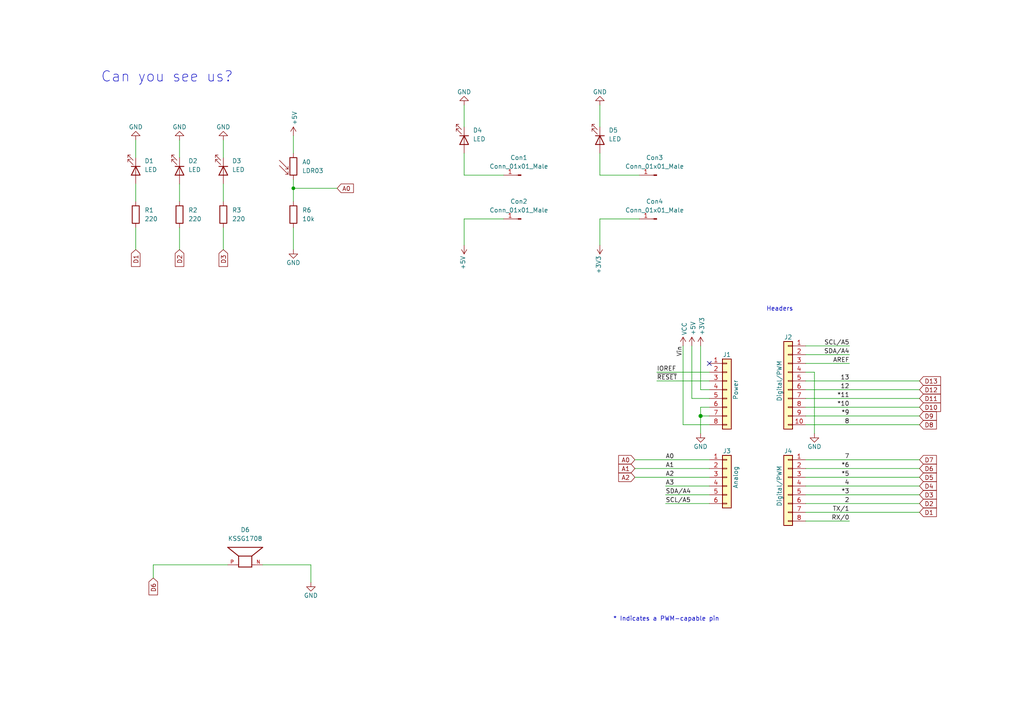
<source format=kicad_sch>
(kicad_sch (version 20230121) (generator eeschema)
  (paper "A4")
  (title_block (date "mar. 31 mars 2015"))
  (lib_symbols
    (symbol "Connector:Conn_01x01_Male" (pin_names (offset 1.016) hide)
      (property "Reference" "J" (at 0 2.54 0))
      (property "Value" "Conn_01x01_Male" (at 0 -2.54 0))
      (symbol "Conn_01x01_Male_1_1"
        (polyline (pts (xy 1.27 0) (xy 0.8636 0)) (stroke (width 0.1524)))
        (rectangle (start 0.8636 0.127) (end 0 -0.127) (stroke (width 0.1524)) (fill (type outline)))
        (pin passive line (at 5.08 0 180) (length 3.81) (name "Pin_1") (number "1"))
      )
    )
    (symbol "Connector_Generic:Conn_01x06" (pin_names (offset 1.016) hide)
      (property "Reference" "J" (at 0 7.62 0))
      (property "Value" "Conn_01x06" (at 0 -10.16 0))
      (symbol "Conn_01x06_1_1"
        (rectangle (start -1.27 -7.493) (end 0 -7.747) (stroke (width 0.1524)))
        (rectangle (start -1.27 -4.953) (end 0 -5.207) (stroke (width 0.1524)))
        (rectangle (start -1.27 -2.413) (end 0 -2.667) (stroke (width 0.1524)))
        (rectangle (start -1.27 0.127) (end 0 -0.127) (stroke (width 0.1524)))
        (rectangle (start -1.27 2.667) (end 0 2.413) (stroke (width 0.1524)))
        (rectangle (start -1.27 5.207) (end 0 4.953) (stroke (width 0.1524)))
        (rectangle (start -1.27 6.35) (end 1.27 -8.89) (stroke (width 0.254)) (fill (type background)))
        (pin passive line (at -5.08 5.08 0) (length 3.81) (name "Pin_1") (number "1"))
        (pin passive line (at -5.08 2.54 0) (length 3.81) (name "Pin_2") (number "2"))
        (pin passive line (at -5.08 0 0) (length 3.81) (name "Pin_3") (number "3"))
        (pin passive line (at -5.08 -2.54 0) (length 3.81) (name "Pin_4") (number "4"))
        (pin passive line (at -5.08 -5.08 0) (length 3.81) (name "Pin_5") (number "5"))
        (pin passive line (at -5.08 -7.62 0) (length 3.81) (name "Pin_6") (number "6"))
      )
    )
    (symbol "Connector_Generic:Conn_01x08" (pin_names (offset 1.016) hide)
      (property "Reference" "J" (at 0 10.16 0))
      (property "Value" "Conn_01x08" (at 0 -12.7 0))
      (symbol "Conn_01x08_1_1"
        (rectangle (start -1.27 -10.033) (end 0 -10.287) (stroke (width 0.1524)))
        (rectangle (start -1.27 -7.493) (end 0 -7.747) (stroke (width 0.1524)))
        (rectangle (start -1.27 -4.953) (end 0 -5.207) (stroke (width 0.1524)))
        (rectangle (start -1.27 -2.413) (end 0 -2.667) (stroke (width 0.1524)))
        (rectangle (start -1.27 0.127) (end 0 -0.127) (stroke (width 0.1524)))
        (rectangle (start -1.27 2.667) (end 0 2.413) (stroke (width 0.1524)))
        (rectangle (start -1.27 5.207) (end 0 4.953) (stroke (width 0.1524)))
        (rectangle (start -1.27 7.747) (end 0 7.493) (stroke (width 0.1524)))
        (rectangle (start -1.27 8.89) (end 1.27 -11.43) (stroke (width 0.254)) (fill (type background)))
        (pin passive line (at -5.08 7.62 0) (length 3.81) (name "Pin_1") (number "1"))
        (pin passive line (at -5.08 5.08 0) (length 3.81) (name "Pin_2") (number "2"))
        (pin passive line (at -5.08 2.54 0) (length 3.81) (name "Pin_3") (number "3"))
        (pin passive line (at -5.08 0 0) (length 3.81) (name "Pin_4") (number "4"))
        (pin passive line (at -5.08 -2.54 0) (length 3.81) (name "Pin_5") (number "5"))
        (pin passive line (at -5.08 -5.08 0) (length 3.81) (name "Pin_6") (number "6"))
        (pin passive line (at -5.08 -7.62 0) (length 3.81) (name "Pin_7") (number "7"))
        (pin passive line (at -5.08 -10.16 0) (length 3.81) (name "Pin_8") (number "8"))
      )
    )
    (symbol "Connector_Generic:Conn_01x10" (pin_names (offset 1.016) hide)
      (property "Reference" "J" (at 0 12.7 0))
      (property "Value" "Conn_01x10" (at 0 -15.24 0))
      (symbol "Conn_01x10_1_1"
        (rectangle (start -1.27 -12.573) (end 0 -12.827) (stroke (width 0.1524)))
        (rectangle (start -1.27 -10.033) (end 0 -10.287) (stroke (width 0.1524)))
        (rectangle (start -1.27 -7.493) (end 0 -7.747) (stroke (width 0.1524)))
        (rectangle (start -1.27 -4.953) (end 0 -5.207) (stroke (width 0.1524)))
        (rectangle (start -1.27 -2.413) (end 0 -2.667) (stroke (width 0.1524)))
        (rectangle (start -1.27 0.127) (end 0 -0.127) (stroke (width 0.1524)))
        (rectangle (start -1.27 2.667) (end 0 2.413) (stroke (width 0.1524)))
        (rectangle (start -1.27 5.207) (end 0 4.953) (stroke (width 0.1524)))
        (rectangle (start -1.27 7.747) (end 0 7.493) (stroke (width 0.1524)))
        (rectangle (start -1.27 10.287) (end 0 10.033) (stroke (width 0.1524)))
        (rectangle (start -1.27 11.43) (end 1.27 -13.97) (stroke (width 0.254)) (fill (type background)))
        (pin passive line (at -5.08 10.16 0) (length 3.81) (name "Pin_1") (number "1"))
        (pin passive line (at -5.08 -12.7 0) (length 3.81) (name "Pin_10") (number "10"))
        (pin passive line (at -5.08 7.62 0) (length 3.81) (name "Pin_2") (number "2"))
        (pin passive line (at -5.08 5.08 0) (length 3.81) (name "Pin_3") (number "3"))
        (pin passive line (at -5.08 2.54 0) (length 3.81) (name "Pin_4") (number "4"))
        (pin passive line (at -5.08 0 0) (length 3.81) (name "Pin_5") (number "5"))
        (pin passive line (at -5.08 -2.54 0) (length 3.81) (name "Pin_6") (number "6"))
        (pin passive line (at -5.08 -5.08 0) (length 3.81) (name "Pin_7") (number "7"))
        (pin passive line (at -5.08 -7.62 0) (length 3.81) (name "Pin_8") (number "8"))
        (pin passive line (at -5.08 -10.16 0) (length 3.81) (name "Pin_9") (number "9"))
      )
    )
    (symbol "Device:LED" (pin_numbers hide) (pin_names (offset 1.016) hide)
      (property "Reference" "D" (at 0 2.54 0))
      (property "Value" "LED" (at 0 -2.54 0))
      (symbol "LED_0_1"
        (polyline (pts (xy -1.27 -1.27) (xy -1.27 1.27)) (stroke (width 0.254)))
        (polyline (pts (xy -1.27 0) (xy 1.27 0)))
        (polyline (pts (xy 1.27 -1.27) (xy 1.27 1.27) (xy -1.27 0) (xy 1.27 -1.27)) (stroke (width 0.254)))
        (polyline (pts (xy -3.048 -0.762) (xy -4.572 -2.286) (xy -3.81 -2.286) (xy -4.572 -2.286) (xy -4.572 -1.524)))
        (polyline (pts (xy -1.778 -0.762) (xy -3.302 -2.286) (xy -2.54 -2.286) (xy -3.302 -2.286) (xy -3.302 -1.524)))
      )
      (symbol "LED_1_1"
        (pin passive line (at -3.81 0 0) (length 2.54) (name "K") (number "1"))
        (pin passive line (at 3.81 0 180) (length 2.54) (name "A") (number "2"))
      )
    )
    (symbol "Device:R" (pin_numbers hide) (pin_names (offset 0))
      (property "Reference" "R" (at 2.032 0 90))
      (property "Value" "R" (at 0 0 90))
      (symbol "R_0_1"
        (rectangle (start -1.016 -2.54) (end 1.016 2.54) (stroke (width 0.254)))
      )
      (symbol "R_1_1"
        (pin passive line (at 0 3.81 270) (length 1.27) (name "~") (number "1"))
        (pin passive line (at 0 -3.81 90) (length 1.27) (name "~") (number "2"))
      )
    )
    (symbol "KSSG1708:KSSG1708" (pin_names (offset 1.016))
      (property "Reference" "LS" (at -1.27 6.35 0))
      (property "Value" "KSSG1708" (at -1.27 -8.255 0))
      (symbol "KSSG1708_0_0"
        (polyline (pts (xy -3.175 -1.905) (xy -2.54 -1.905)) (stroke (width 0.254)))
        (polyline (pts (xy -3.175 1.905) (xy -3.175 -1.905)) (stroke (width 0.254)))
        (polyline (pts (xy -3.175 1.905) (xy -2.54 1.905)) (stroke (width 0.254)))
        (polyline (pts (xy -2.54 -2.54) (xy -2.54 -1.905)) (stroke (width 0.1524)))
        (polyline (pts (xy -2.54 -1.905) (xy 0 -1.905)) (stroke (width 0.254)))
        (polyline (pts (xy -2.54 1.905) (xy 0 1.905)) (stroke (width 0.254)))
        (polyline (pts (xy -2.54 2.54) (xy -2.54 1.905)) (stroke (width 0.1524)))
        (polyline (pts (xy 0 -1.905) (xy 0 1.905)) (stroke (width 0.254)))
        (polyline (pts (xy 0 -1.905) (xy 2.54 -5.08)) (stroke (width 0.254)))
        (polyline (pts (xy 0 1.905) (xy 2.54 5.08)) (stroke (width 0.254)))
        (polyline (pts (xy 2.54 -5.08) (xy 2.54 5.08)) (stroke (width 0.254)))
        (pin passive line (at -2.54 -5.08 90) (length 2.54) (name "~") (number "N"))
        (pin passive line (at -2.54 5.08 270) (length 2.54) (name "~") (number "P"))
      )
    )
    (symbol "Sensor_Optical:LDR03" (pin_numbers hide) (pin_names (offset 0))
      (property "Reference" "R" (at -5.08 0 90))
      (property "Value" "LDR03" (at 1.905 0 90))
      (symbol "LDR03_0_1"
        (rectangle (start -1.016 2.54) (end 1.016 -2.54) (stroke (width 0.254)))
        (polyline (pts (xy -1.524 -2.286) (xy -4.064 0.254)))
        (polyline (pts (xy -1.524 -2.286) (xy -2.286 -2.286)))
        (polyline (pts (xy -1.524 -2.286) (xy -1.524 -1.524)))
        (polyline (pts (xy -1.524 -0.762) (xy -4.064 1.778)))
        (polyline (pts (xy -1.524 -0.762) (xy -2.286 -0.762)))
        (polyline (pts (xy -1.524 -0.762) (xy -1.524 0)))
      )
      (symbol "LDR03_1_1"
        (pin passive line (at 0 3.81 270) (length 1.27) (name "~") (number "1"))
        (pin passive line (at 0 -3.81 90) (length 1.27) (name "~") (number "2"))
      )
    )
    (symbol "power:+3V3" (power) (pin_names (offset 0))
      (property "Value" "+3V3" (at 0 3.556 0))
      (symbol "+3V3_0_1"
        (polyline (pts (xy -0.762 1.27) (xy 0 2.54)))
        (polyline (pts (xy 0 0) (xy 0 2.54)))
        (polyline (pts (xy 0 2.54) (xy 0.762 1.27)))
      )
      (symbol "+3V3_1_1"
        (pin power_in line (at 0 0 90) (length 0) hide (name "+3V3") (number "1"))
      )
    )
    (symbol "power:+5V" (power) (pin_names (offset 0))
      (property "Value" "+5V" (at 0 3.556 0))
      (symbol "+5V_0_1"
        (polyline (pts (xy -0.762 1.27) (xy 0 2.54)))
        (polyline (pts (xy 0 0) (xy 0 2.54)))
        (polyline (pts (xy 0 2.54) (xy 0.762 1.27)))
      )
      (symbol "+5V_1_1"
        (pin power_in line (at 0 0 90) (length 0) hide (name "+5V") (number "1"))
      )
    )
    (symbol "power:GND" (power) (pin_names (offset 0))
      (property "Value" "GND" (at 0 -3.81 0))
      (symbol "GND_0_1"
        (polyline (pts (xy 0 0) (xy 0 -1.27) (xy 1.27 -1.27) (xy 0 -2.54) (xy -1.27 -1.27) (xy 0 -1.27)))
      )
      (symbol "GND_1_1"
        (pin power_in line (at 0 0 270) (length 0) hide (name "GND") (number "1"))
      )
    )
    (symbol "power:VCC" (power) (pin_names (offset 0))
      (property "Value" "VCC" (at 0 3.81 0))
      (symbol "VCC_0_1"
        (polyline (pts (xy -0.762 1.27) (xy 0 2.54)))
        (polyline (pts (xy 0 0) (xy 0 2.54)))
        (polyline (pts (xy 0 2.54) (xy 0.762 1.27)))
      )
      (symbol "VCC_1_1"
        (pin power_in line (at 0 0 90) (length 0) hide (name "VCC") (number "1"))
      )
    )
  )
  (junction (at 203.2 120.65) (diameter 1.016))
  (junction (at 85.09 54.61))
  (no_connect (at 205.74 105.41))
  (wire (pts (xy 233.68 151.13) (xy 246.38 151.13)))
  (wire (pts (xy 76.2 163.83) (xy 90.17 163.83)))
  (wire (pts (xy 185.42 63.5) (xy 173.99 63.5)))
  (wire (pts (xy 233.68 118.11) (xy 266.7 118.11)))
  (wire (pts (xy 233.68 100.33) (xy 246.38 100.33)))
  (wire (pts (xy 185.42 50.8) (xy 173.99 50.8)))
  (wire (pts (xy 146.05 50.8) (xy 134.62 50.8)))
  (wire (pts (xy 64.77 53.34) (xy 64.77 58.42)))
  (wire (pts (xy 52.07 40.64) (xy 52.07 45.72)))
  (wire (pts (xy 203.2 118.11) (xy 203.2 120.65)))
  (wire (pts (xy 193.04 146.05) (xy 205.74 146.05)))
  (wire (pts (xy 173.99 50.8) (xy 173.99 44.45)))
  (wire (pts (xy 203.2 120.65) (xy 203.2 125.73)))
  (wire (pts (xy 134.62 50.8) (xy 134.62 44.45)))
  (wire (pts (xy 203.2 113.03) (xy 205.74 113.03)))
  (wire (pts (xy 200.66 115.57) (xy 205.74 115.57)))
  (wire (pts (xy 52.07 66.04) (xy 52.07 72.39)))
  (wire (pts (xy 200.66 100.33) (xy 200.66 115.57)))
  (wire (pts (xy 52.07 53.34) (xy 52.07 58.42)))
  (wire (pts (xy 203.2 100.33) (xy 203.2 113.03)))
  (wire (pts (xy 233.68 133.35) (xy 266.7 133.35)))
  (wire (pts (xy 184.15 133.35) (xy 205.74 133.35)))
  (wire (pts (xy 44.45 163.83) (xy 66.04 163.83)))
  (wire (pts (xy 233.68 113.03) (xy 266.7 113.03)))
  (wire (pts (xy 233.68 135.89) (xy 266.7 135.89)))
  (wire (pts (xy 85.09 54.61) (xy 97.79 54.61)))
  (wire (pts (xy 85.09 54.61) (xy 85.09 58.42)))
  (wire (pts (xy 134.62 30.48) (xy 134.62 36.83)))
  (wire (pts (xy 233.68 120.65) (xy 266.7 120.65)))
  (wire (pts (xy 90.17 163.83) (xy 90.17 168.91)))
  (wire (pts (xy 233.68 140.97) (xy 266.7 140.97)))
  (wire (pts (xy 39.37 53.34) (xy 39.37 58.42)))
  (wire (pts (xy 190.5 107.95) (xy 205.74 107.95)))
  (wire (pts (xy 85.09 66.04) (xy 85.09 72.39)))
  (wire (pts (xy 146.05 63.5) (xy 134.62 63.5)))
  (wire (pts (xy 85.09 39.37) (xy 85.09 44.45)))
  (wire (pts (xy 236.22 107.95) (xy 236.22 125.73)))
  (wire (pts (xy 173.99 30.48) (xy 173.99 36.83)))
  (wire (pts (xy 233.68 105.41) (xy 246.38 105.41)))
  (wire (pts (xy 173.99 63.5) (xy 173.99 71.12)))
  (wire (pts (xy 64.77 40.64) (xy 64.77 45.72)))
  (wire (pts (xy 233.68 110.49) (xy 266.7 110.49)))
  (wire (pts (xy 184.15 138.43) (xy 205.74 138.43)))
  (wire (pts (xy 190.5 110.49) (xy 205.74 110.49)))
  (wire (pts (xy 134.62 63.5) (xy 134.62 71.12)))
  (wire (pts (xy 205.74 120.65) (xy 203.2 120.65)))
  (wire (pts (xy 205.74 123.19) (xy 198.12 123.19)))
  (wire (pts (xy 39.37 66.04) (xy 39.37 72.39)))
  (wire (pts (xy 184.15 135.89) (xy 205.74 135.89)))
  (wire (pts (xy 39.37 40.64) (xy 39.37 45.72)))
  (wire (pts (xy 44.45 167.64) (xy 44.45 163.83)))
  (wire (pts (xy 233.68 107.95) (xy 236.22 107.95)))
  (wire (pts (xy 205.74 118.11) (xy 203.2 118.11)))
  (wire (pts (xy 233.68 115.57) (xy 266.7 115.57)))
  (wire (pts (xy 233.68 138.43) (xy 266.7 138.43)))
  (wire (pts (xy 193.04 140.97) (xy 205.74 140.97)))
  (wire (pts (xy 64.77 66.04) (xy 64.77 72.39)))
  (wire (pts (xy 85.09 52.07) (xy 85.09 54.61)))
  (wire (pts (xy 233.68 102.87) (xy 246.38 102.87)))
  (wire (pts (xy 233.68 146.05) (xy 266.7 146.05)))
  (wire (pts (xy 233.68 143.51) (xy 266.7 143.51)))
  (wire (pts (xy 233.68 148.59) (xy 266.7 148.59)))
  (wire (pts (xy 198.12 123.19) (xy 198.12 100.33)))
  (wire (pts (xy 205.74 143.51) (xy 193.04 143.51)))
  (wire (pts (xy 233.68 123.19) (xy 266.7 123.19)))
  (text "Headers\n" (at 222.25 90.424 0) (effects (font (size 1.27 1.27)) (justify left bottom)))
  (text "Can you see us?" (at 29.21 24.13 0) (effects (font (size 3 3)) (justify left bottom)))
  (text "* Indicates a PWM-capable pin" (at 177.8 180.34 0) (effects (font (size 1.27 1.27)) (justify left bottom)))
  (label "RX{slash}0" (at 246.38 151.13 180))
  (label "A2" (at 193.04 138.43 0))
  (label "4" (at 246.38 140.97 180))
  (label "2" (at 246.38 146.05 180))
  (label "A3" (at 193.04 140.97 0))
  (label "13" (at 246.38 110.49 180))
  (label "12" (at 246.38 113.03 180))
  (label "~{RESET}" (at 190.5 110.49 0))
  (label "*10" (at 246.38 118.11 180))
  (label "7" (at 246.38 133.35 180))
  (label "SDA{slash}A4" (at 246.38 102.87 180))
  (label "8" (at 246.38 123.19 180))
  (label "*11" (at 246.38 115.57 180))
  (label "*3" (at 246.38 143.51 180))
  (label "A1" (at 193.04 135.89 0))
  (label "TX{slash}1" (at 246.38 148.59 180))
  (label "A0" (at 193.04 133.35 0))
  (label "AREF" (at 246.38 105.41 180))
  (label "Vin" (at 198.12 100.33 270))
  (label "*6" (at 246.38 135.89 180))
  (label "SCL{slash}A5" (at 246.38 100.33 180))
  (label "*9" (at 246.38 120.65 180))
  (label "*5" (at 246.38 138.43 180))
  (label "IOREF" (at 190.5 107.95 0))
  (label "SDA{slash}A4" (at 193.04 143.51 0))
  (label "SCL{slash}A5" (at 193.04 146.05 0))
  (global_label "D6" (shape input) (at 44.45 167.64 270) (property "Intersheetrefs" "${INTERSHEET_REFS}" (effects hide)))
  (global_label "D1" (shape input) (at 39.37 72.39 270) (property "Intersheetrefs" "${INTERSHEET_REFS}" (effects hide)))
  (global_label "A0" (shape input) (at 184.15 133.35 180) (property "Intersheetrefs" "${INTERSHEET_REFS}" (effects hide)))
  (global_label "D8" (shape input) (at 266.7 123.19 0) (property "Intersheetrefs" "${INTERSHEET_REFS}" (effects hide)))
  (global_label "D3" (shape input) (at 266.7 143.51 0) (property "Intersheetrefs" "${INTERSHEET_REFS}" (effects hide)))
  (global_label "D5" (shape input) (at 266.7 138.43 0) (property "Intersheetrefs" "${INTERSHEET_REFS}" (effects hide)))
  (global_label "D2" (shape input) (at 52.07 72.39 270) (property "Intersheetrefs" "${INTERSHEET_REFS}" (effects hide)))
  (global_label "D2" (shape input) (at 266.7 146.05 0) (property "Intersheetrefs" "${INTERSHEET_REFS}" (effects hide)))
  (global_label "D6" (shape input) (at 266.7 135.89 0) (property "Intersheetrefs" "${INTERSHEET_REFS}" (effects hide)))
  (global_label "D1" (shape input) (at 266.7 148.59 0) (property "Intersheetrefs" "${INTERSHEET_REFS}" (effects hide)))
  (global_label "A0" (shape input) (at 97.79 54.61 0) (property "Intersheetrefs" "${INTERSHEET_REFS}" (effects hide)))
  (global_label "D10" (shape input) (at 266.7 118.11 0) (property "Intersheetrefs" "${INTERSHEET_REFS}" (effects hide)))
  (global_label "D13" (shape input) (at 266.7 110.49 0) (property "Intersheetrefs" "${INTERSHEET_REFS}" (effects hide)))
  (global_label "A2" (shape input) (at 184.15 138.43 180) (property "Intersheetrefs" "${INTERSHEET_REFS}" (effects hide)))
  (global_label "D11" (shape input) (at 266.7 115.57 0) (property "Intersheetrefs" "${INTERSHEET_REFS}" (effects hide)))
  (global_label "A1" (shape input) (at 184.15 135.89 180) (property "Intersheetrefs" "${INTERSHEET_REFS}" (effects hide)))
  (global_label "D3" (shape input) (at 64.77 72.39 270) (property "Intersheetrefs" "${INTERSHEET_REFS}" (effects hide)))
  (global_label "D9" (shape input) (at 266.7 120.65 0) (property "Intersheetrefs" "${INTERSHEET_REFS}" (effects hide)))
  (global_label "D7" (shape input) (at 266.7 133.35 0) (property "Intersheetrefs" "${INTERSHEET_REFS}" (effects hide)))
  (global_label "D12" (shape input) (at 266.7 113.03 0) (property "Intersheetrefs" "${INTERSHEET_REFS}" (effects hide)))
  (global_label "D4" (shape input) (at 266.7 140.97 0) (property "Intersheetrefs" "${INTERSHEET_REFS}" (effects hide)))
  (symbol (lib_id "Connector_Generic:Conn_01x08") (at 210.82 113.03 0) (unit 1)
    (property "Reference" "J1" (at 210.82 102.87 0))
    (property "Value" "Power" (at 213.36 113.03 90))
    (property "Footprint" "Connector_PinSocket_2.54mm:PinSocket_1x08_P2.54mm_Vertical" (effects hide))
  )
  (symbol (lib_id "power:+3V3") (at 203.2 100.33 0) (unit 1)
    (property "Reference" "#PWR03" (effects hide))
    (property "Value" "+3.3V" (at 203.581 97.282 90) (effects (justify left)))
  )
  (symbol (lib_id "power:+5V") (at 200.66 100.33 0) (unit 1)
    (property "Reference" "#PWR02" (effects hide))
    (property "Value" "+5V" (at 201.0156 97.282 90) (effects (justify left)))
  )
  (symbol (lib_id "power:GND") (at 203.2 125.73 0) (unit 1)
    (property "Reference" "#PWR04" (effects hide))
    (property "Value" "GND" (at 203.2 129.54 0))
  )
  (symbol (lib_id "Connector_Generic:Conn_01x10") (at 228.6 110.49 0) (mirror y) (unit 1)
    (property "Reference" "J2" (at 228.6 97.79 0))
    (property "Value" "Digital/PWM" (at 226.06 110.49 90))
    (property "Footprint" "Connector_PinSocket_2.54mm:PinSocket_1x10_P2.54mm_Vertical" (effects hide))
  )
  (symbol (lib_id "power:GND") (at 236.22 125.73 0) (unit 1)
    (property "Reference" "#PWR05" (effects hide))
    (property "Value" "GND" (at 236.22 129.54 0))
  )
  (symbol (lib_id "Connector_Generic:Conn_01x06") (at 210.82 138.43 0) (unit 1)
    (property "Reference" "J3" (at 210.82 130.81 0))
    (property "Value" "Analog" (at 213.36 138.43 90))
    (property "Footprint" "Connector_PinSocket_2.54mm:PinSocket_1x06_P2.54mm_Vertical" (effects hide))
  )
  (symbol (lib_id "Connector_Generic:Conn_01x08") (at 228.6 140.97 0) (mirror y) (unit 1)
    (property "Reference" "J4" (at 228.6 130.81 0))
    (property "Value" "Digital/PWM" (at 226.06 140.97 90))
    (property "Footprint" "Connector_PinSocket_2.54mm:PinSocket_1x08_P2.54mm_Vertical" (effects hide))
  )
  (symbol (lib_id "Connector:Conn_01x01_Male") (at 190.5 63.5 0) (mirror y) (unit 1)
    (property "Reference" "Con4" (at 189.865 58.42 0))
    (property "Value" "Conn_01x01_Male" (at 189.865 60.96 0))
    (property "Footprint" "Connector_PinHeader_2.54mm:PinHeader_1x01_P2.54mm_Vertical" (effects hide))
  )
  (symbol (lib_id "power:GND") (at 64.77 40.64 180) (unit 1)
    (property "Reference" "#PWR09" (effects hide))
    (property "Value" "GND" (at 64.77 36.83 0))
  )
  (symbol (lib_id "Connector:Conn_01x01_Male") (at 190.5 50.8 0) (mirror y) (unit 1)
    (property "Reference" "Con3" (at 189.865 45.72 0))
    (property "Value" "Conn_01x01_Male" (at 189.865 48.26 0))
    (property "Footprint" "Connector_PinHeader_2.54mm:PinHeader_1x01_P2.54mm_Vertical" (effects hide))
  )
  (symbol (lib_id "Connector:Conn_01x01_Male") (at 151.13 50.8 0) (mirror y) (unit 1)
    (property "Reference" "Con1" (at 150.495 45.72 0))
    (property "Value" "Conn_01x01_Male" (at 150.495 48.26 0))
    (property "Footprint" "Connector_PinHeader_2.54mm:PinHeader_1x01_P2.54mm_Vertical" (effects hide))
  )
  (symbol (lib_id "Device:LED") (at 64.77 49.53 270) (unit 1)
    (property "Reference" "D3" (at 67.31 46.6724 90) (effects (justify left)))
    (property "Value" "LED" (at 67.31 49.2124 90) (effects (justify left)))
    (property "Footprint" "LED_THT:LED_D5.0mm_IRGrey" (effects hide))
  )
  (symbol (lib_id "KSSG1708:KSSG1708") (at 71.12 161.29 90) (unit 1)
    (property "Reference" "D6" (at 71.12 153.67 90))
    (property "Value" "KSSG1708" (at 71.12 156.21 90))
    (property "Footprint" "KSSG1708 (1):SPKR_KSSG1708" (effects hide))
    (property "STANDARD" "IPC 7351B" (effects hide))
    (property "PARTREV" "1.1" (effects hide))
    (property "MANUFACTURER" "Kingstate" (effects hide))
    (property "MAXIMUM_PACKAGE_HEIGHT" "8 mm" (effects hide))
  )
  (symbol (lib_id "Device:R") (at 64.77 62.23 0) (unit 1)
    (property "Reference" "R3" (at 67.31 60.9599 0) (effects (justify left)))
    (property "Value" "220" (at 67.31 63.4999 0) (effects (justify left)))
    (property "Footprint" "Resistor_THT:R_Axial_DIN0207_L6.3mm_D2.5mm_P10.16mm_Horizontal" (effects hide))
  )
  (symbol (lib_id "power:GND") (at 90.17 168.91 0) (unit 1)
    (property "Reference" "#PWR012" (effects hide))
    (property "Value" "GND" (at 90.17 172.72 0))
  )
  (symbol (lib_id "power:GND") (at 173.99 30.48 180) (unit 1)
    (property "Reference" "#PWR015" (effects hide))
    (property "Value" "GND" (at 173.99 26.67 0))
  )
  (symbol (lib_id "power:GND") (at 134.62 30.48 180) (unit 1)
    (property "Reference" "#PWR013" (effects hide))
    (property "Value" "GND" (at 134.62 26.67 0))
  )
  (symbol (lib_id "Device:R") (at 85.09 62.23 0) (unit 1)
    (property "Reference" "R6" (at 87.63 60.9599 0) (effects (justify left)))
    (property "Value" "10k" (at 87.63 63.4999 0) (effects (justify left)))
    (property "Footprint" "Resistor_THT:R_Axial_DIN0207_L6.3mm_D2.5mm_P10.16mm_Horizontal" (effects hide))
  )
  (symbol (lib_id "Sensor_Optical:LDR03") (at 85.09 48.26 0) (unit 1)
    (property "Reference" "A0" (at 87.63 46.9899 0) (effects (justify left)))
    (property "Value" "LDR03" (at 87.63 49.5299 0) (effects (justify left)))
    (property "Footprint" "OptoDevice:R_LDR_10x8.5mm_P7.6mm_Vertical" (effects hide))
    (property "Datasheet" "http://www.elektronica-componenten.nl/WebRoot/StoreNL/Shops/61422969/54F1/BA0C/C664/31B9/2173/C0A8/2AB9/2AEF/LDR03IMP.pdf" (effects hide))
  )
  (symbol (lib_id "Device:LED") (at 39.37 49.53 270) (unit 1)
    (property "Reference" "D1" (at 41.91 46.6724 90) (effects (justify left)))
    (property "Value" "LED" (at 41.91 49.2124 90) (effects (justify left)))
    (property "Footprint" "LED_THT:LED_D5.0mm_IRGrey" (effects hide))
  )
  (symbol (lib_id "power:VCC") (at 198.12 100.33 0) (unit 1)
    (property "Reference" "#PWR01" (effects hide))
    (property "Value" "VCC" (at 198.501 97.282 90) (effects (justify left)))
  )
  (symbol (lib_id "Device:LED") (at 134.62 40.64 270) (unit 1)
    (property "Reference" "D4" (at 137.16 37.7824 90) (effects (justify left)))
    (property "Value" "LED" (at 137.16 40.3224 90) (effects (justify left)))
    (property "Footprint" "LED_THT:LED_D5.0mm_IRGrey" (effects hide))
  )
  (symbol (lib_id "Connector:Conn_01x01_Male") (at 151.13 63.5 0) (mirror y) (unit 1)
    (property "Reference" "Con2" (at 150.495 58.42 0))
    (property "Value" "Conn_01x01_Male" (at 150.495 60.96 0))
    (property "Footprint" "Connector_PinHeader_2.54mm:PinHeader_1x01_P2.54mm_Vertical" (effects hide))
  )
  (symbol (lib_id "power:GND") (at 52.07 40.64 180) (unit 1)
    (property "Reference" "#PWR08" (effects hide))
    (property "Value" "GND" (at 52.07 36.83 0))
  )
  (symbol (lib_id "Device:R") (at 39.37 62.23 0) (unit 1)
    (property "Reference" "R1" (at 41.91 60.9599 0) (effects (justify left)))
    (property "Value" "220" (at 41.91 63.4999 0) (effects (justify left)))
    (property "Footprint" "Resistor_THT:R_Axial_DIN0207_L6.3mm_D2.5mm_P10.16mm_Horizontal" (effects hide))
  )
  (symbol (lib_id "power:+5V") (at 85.09 39.37 0) (unit 1)
    (property "Reference" "#PWR010" (effects hide))
    (property "Value" "+5V" (at 85.4456 36.322 90) (effects (justify left)))
  )
  (symbol (lib_id "power:GND") (at 85.09 72.39 0) (unit 1)
    (property "Reference" "#PWR011" (effects hide))
    (property "Value" "GND" (at 85.09 76.2 0))
  )
  (symbol (lib_id "power:+5V") (at 134.62 71.12 180) (unit 1)
    (property "Reference" "#PWR014" (effects hide))
    (property "Value" "+5V" (at 134.2644 74.168 90) (effects (justify left)))
  )
  (symbol (lib_id "Device:R") (at 52.07 62.23 0) (unit 1)
    (property "Reference" "R2" (at 54.61 60.9599 0) (effects (justify left)))
    (property "Value" "220" (at 54.61 63.4999 0) (effects (justify left)))
    (property "Footprint" "Resistor_THT:R_Axial_DIN0207_L6.3mm_D2.5mm_P10.16mm_Horizontal" (effects hide))
  )
  (symbol (lib_id "Device:LED") (at 52.07 49.53 270) (unit 1)
    (property "Reference" "D2" (at 54.61 46.6724 90) (effects (justify left)))
    (property "Value" "LED" (at 54.61 49.2124 90) (effects (justify left)))
    (property "Footprint" "LED_THT:LED_D5.0mm_IRGrey" (effects hide))
  )
  (symbol (lib_id "Device:LED") (at 173.99 40.64 270) (unit 1)
    (property "Reference" "D5" (at 176.53 37.7824 90) (effects (justify left)))
    (property "Value" "LED" (at 176.53 40.3224 90) (effects (justify left)))
    (property "Footprint" "LED_THT:LED_D5.0mm_IRGrey" (effects hide))
  )
  (symbol (lib_id "power:+3V3") (at 173.99 71.12 180) (unit 1)
    (property "Reference" "#PWR016" (effects hide))
    (property "Value" "+3.3V" (at 173.609 74.168 90) (effects (justify left)))
  )
  (symbol (lib_id "power:GND") (at 39.37 40.64 180) (unit 1)
    (property "Reference" "#PWR06" (effects hide))
    (property "Value" "GND" (at 39.37 36.83 0))
  )
)
</source>
